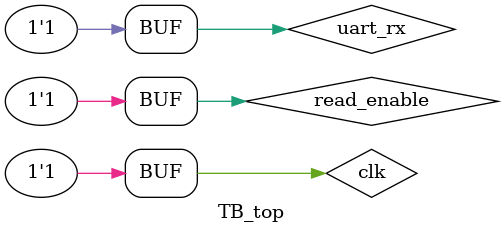
<source format=v>
 `timescale 1ns / 1ps

module TB_top(
    );
reg clk;
reg read_enable;
reg uart_rx;
wire uart_tx;
wire status;

top tp (clk, read_enable, uart_rx, uart_tx, status);

always
    begin
        clk = 1'b0; #5;
        clk = 1'b1; #5;
    end

 initial
      begin
          read_enable = 1'b1;
          // idle
          uart_rx = 1'b1;   #104166;
          uart_rx = 1'b1;   #104166;
          
          // packet 1
          // start bit
          uart_rx = 1'b0;   #104166;
          // 8 data bits
          uart_rx = 1'b1;   #104166;
          uart_rx = 1'b0;   #104166;
          uart_rx = 1'b1;   #104166;
          uart_rx = 1'b0;   #104166;
          uart_rx = 1'b1;   #104166;
          uart_rx = 1'b0;   #104166;
          uart_rx = 1'b1;   #104166;
          uart_rx = 1'b0;   #104166;
          // stop bit
          uart_rx = 1'b1;   #104166;
          
          // idle
          uart_rx = 1'b1;   #104166;
          uart_rx = 1'b1;   #104166;
          uart_rx = 1'b1;   #104166;
          uart_rx = 1'b1;   #104166;
          
          // packet 2
          // start bit
          uart_rx = 1'b0;   #104166;
          // 8 data bits
          uart_rx = 1'b0;   #104166;
          uart_rx = 1'b0;   #104166;
          uart_rx = 1'b1;   #104166;
          uart_rx = 1'b1;   #104166;
          uart_rx = 1'b1;   #104166;
          uart_rx = 1'b1;   #104166;
          uart_rx = 1'b1;   #104166;
          uart_rx = 1'b0;   #104166;
          // stop bit
          uart_rx = 1'b1;   #104166;
          
          // idle
          uart_rx = 1'b1;   #104166;
          uart_rx = 1'b1;   #104166;
          uart_rx = 1'b1;   #104166;
          
      end
endmodule

</source>
